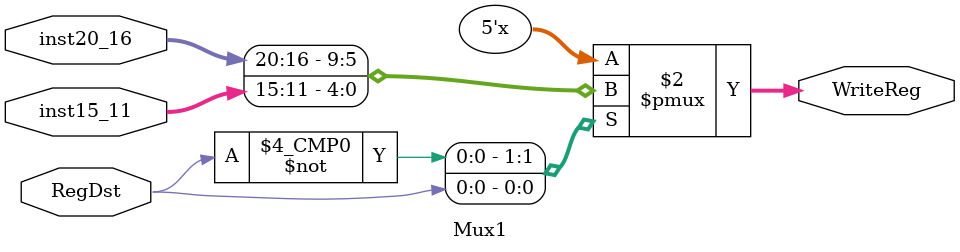
<source format=v>
module Mux1(	
  input wire [20:16] inst20_16,
	input wire [15:11] inst15_11,
	input wire RegDst,
	output reg [4:0] WriteReg);

always @ (*) begin
		case(RegDst) 
			0 : WriteReg <= inst20_16;
			1 : WriteReg <= inst15_11;
		endcase
	end
endmodule
</source>
